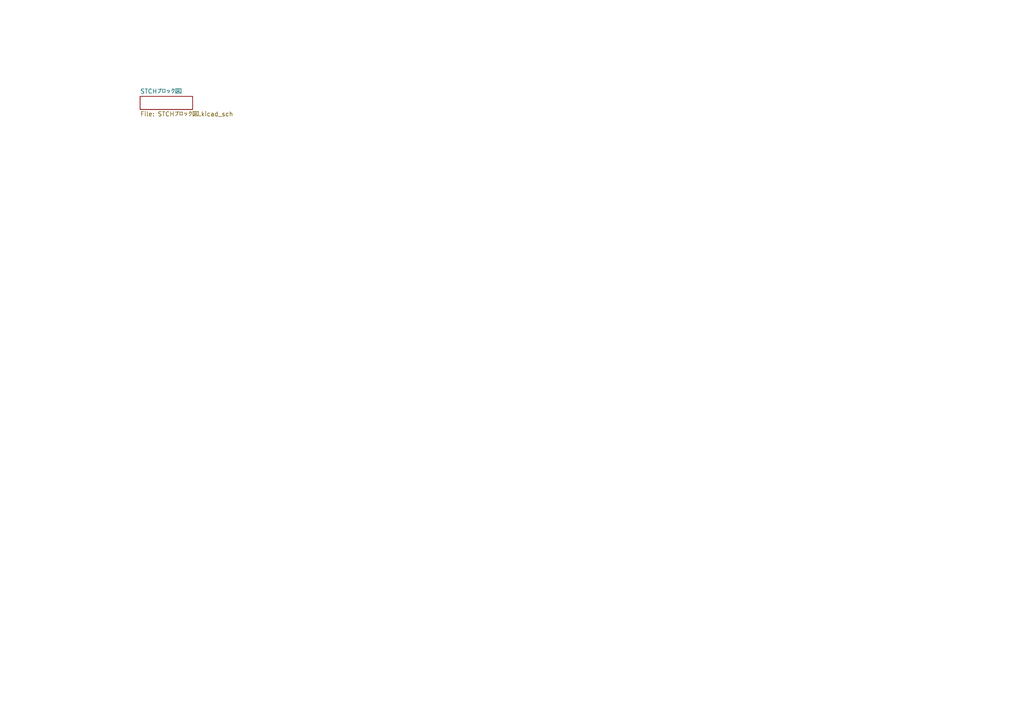
<source format=kicad_sch>
(kicad_sch (version 20230121) (generator eeschema)
  (paper "A4")
  (lib_symbols)
  (sheet (at 40.64 27.94) (size 15.24 3.81) (stroke (width 0.1524))
    (property "Sheetname" "STCHブロック図" (at 40.64 27.2284 0) (effects (justify left bottom)))
    (property "Sheetfile" "STCHブロック図.kicad_sch" (at 40.64 32.3346 0) (effects (justify left top)))
  )
)
</source>
